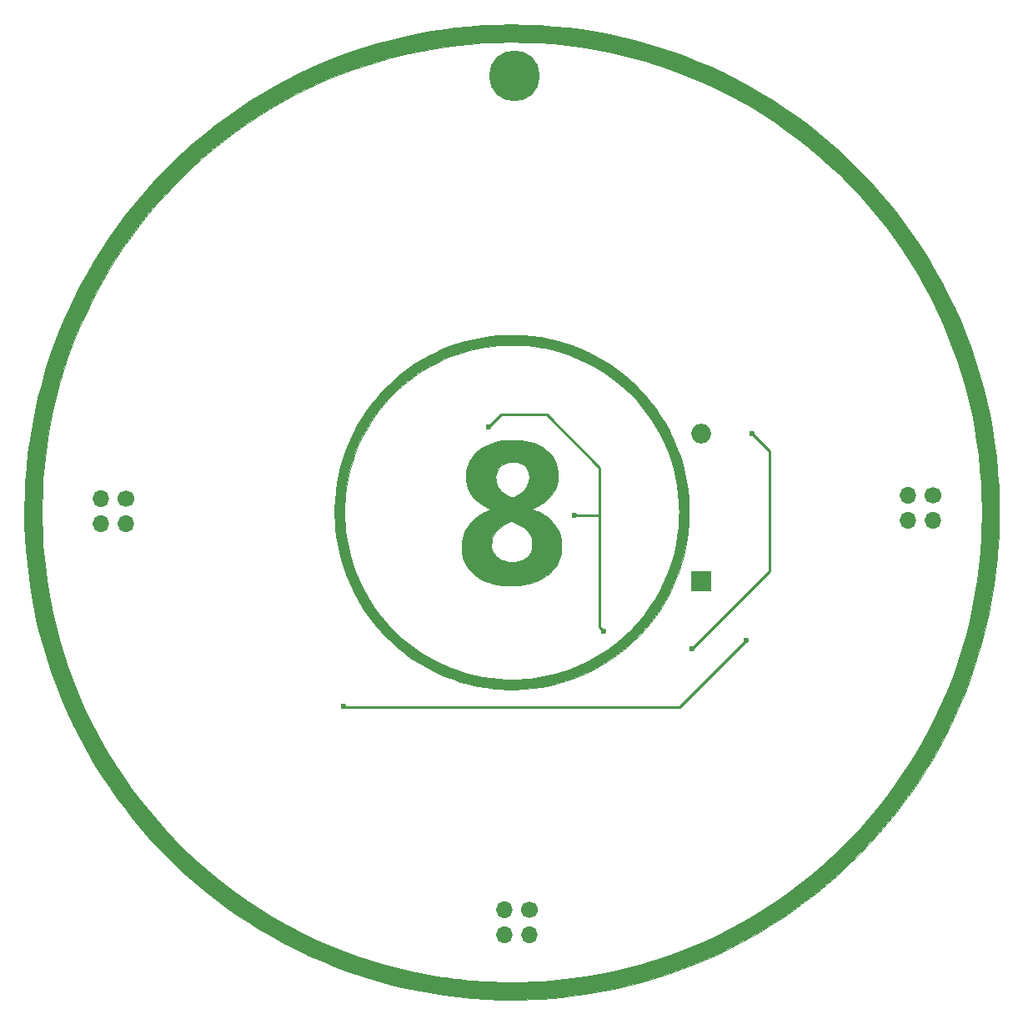
<source format=gtl>
G04 #@! TF.FileFunction,Copper,L1,Top,Signal*
%FSLAX46Y46*%
G04 Gerber Fmt 4.6, Leading zero omitted, Abs format (unit mm)*
G04 Created by KiCad (PCBNEW 4.0.7) date 07/18/18 17:21:38*
%MOMM*%
%LPD*%
G01*
G04 APERTURE LIST*
%ADD10C,0.100000*%
%ADD11C,0.010000*%
%ADD12C,5.147986*%
%ADD13R,2.000000X2.000000*%
%ADD14O,2.000000X2.000000*%
%ADD15C,1.700000*%
%ADD16O,1.700000X1.700000*%
%ADD17C,0.600000*%
%ADD18C,0.250000*%
G04 APERTURE END LIST*
D10*
D11*
G36*
X160763765Y-45731775D02*
X162201133Y-45792217D01*
X163634500Y-45893887D01*
X165062939Y-46036669D01*
X166485524Y-46220452D01*
X167901327Y-46445121D01*
X169309421Y-46710563D01*
X170708881Y-47016664D01*
X172098778Y-47363311D01*
X173478187Y-47750390D01*
X174846180Y-48177787D01*
X176201830Y-48645390D01*
X176935895Y-48917409D01*
X178271821Y-49447286D01*
X179590589Y-50015624D01*
X180891354Y-50621818D01*
X182173267Y-51265264D01*
X183435484Y-51945358D01*
X184677158Y-52661496D01*
X185897444Y-53413073D01*
X187095494Y-54199487D01*
X188270463Y-55020131D01*
X189421505Y-55874404D01*
X190547773Y-56761699D01*
X191648421Y-57681414D01*
X192722604Y-58632944D01*
X193769474Y-59615685D01*
X194788186Y-60629033D01*
X195777894Y-61672383D01*
X196737752Y-62745132D01*
X197408634Y-63533867D01*
X198321144Y-64662538D01*
X199197923Y-65813509D01*
X200038686Y-66986058D01*
X200843144Y-68179462D01*
X201611011Y-69392999D01*
X202341999Y-70625945D01*
X203035822Y-71877578D01*
X203692192Y-73147176D01*
X204310822Y-74434016D01*
X204891424Y-75737375D01*
X205433713Y-77056530D01*
X205937400Y-78390760D01*
X206402199Y-79739342D01*
X206827822Y-81101552D01*
X207213982Y-82476668D01*
X207560392Y-83863968D01*
X207866765Y-85262729D01*
X208132813Y-86672229D01*
X208358251Y-88091744D01*
X208542789Y-89520552D01*
X208686142Y-90957931D01*
X208771995Y-92130034D01*
X208789301Y-92418983D01*
X208804160Y-92684847D01*
X208816744Y-92933947D01*
X208827227Y-93172604D01*
X208835782Y-93407142D01*
X208842583Y-93643882D01*
X208847801Y-93889146D01*
X208851612Y-94149257D01*
X208854187Y-94430536D01*
X208855700Y-94739307D01*
X208856325Y-95081890D01*
X208856365Y-95209784D01*
X208856009Y-95565573D01*
X208854823Y-95885357D01*
X208852636Y-96175457D01*
X208849274Y-96442195D01*
X208844563Y-96691893D01*
X208838331Y-96930874D01*
X208830404Y-97165459D01*
X208820610Y-97401971D01*
X208808774Y-97646732D01*
X208794724Y-97906064D01*
X208778286Y-98186290D01*
X208771995Y-98289534D01*
X208662217Y-99733963D01*
X208510956Y-101170630D01*
X208318474Y-102598815D01*
X208085031Y-104017800D01*
X207810888Y-105426865D01*
X207496306Y-106825291D01*
X207141546Y-108212360D01*
X206746868Y-109587352D01*
X206312534Y-110949549D01*
X205838804Y-112298231D01*
X205325939Y-113632680D01*
X204774200Y-114952177D01*
X204183848Y-116256002D01*
X203555143Y-117543437D01*
X202888347Y-118813763D01*
X202183720Y-120066261D01*
X201441523Y-121300211D01*
X200662017Y-122514896D01*
X199845462Y-123709595D01*
X199250063Y-124536200D01*
X198377181Y-125686769D01*
X197471488Y-126810813D01*
X196533715Y-127907634D01*
X195564593Y-128976536D01*
X194564854Y-130016820D01*
X193535227Y-131027789D01*
X192476445Y-132008745D01*
X191389238Y-132958990D01*
X190274338Y-133877827D01*
X189132476Y-134764559D01*
X187964382Y-135618486D01*
X186791600Y-136425041D01*
X185577755Y-137209212D01*
X184344244Y-137956028D01*
X183091809Y-138665223D01*
X181821190Y-139336529D01*
X180533131Y-139969681D01*
X179228373Y-140564413D01*
X177907658Y-141120459D01*
X176571727Y-141637552D01*
X175221323Y-142115427D01*
X173857186Y-142553817D01*
X172480060Y-142952456D01*
X171090685Y-143311077D01*
X169689804Y-143629415D01*
X168278158Y-143907204D01*
X166856490Y-144144177D01*
X165425540Y-144340069D01*
X164418434Y-144452639D01*
X163433366Y-144541692D01*
X162422133Y-144612087D01*
X161396794Y-144663359D01*
X160369407Y-144695041D01*
X159352033Y-144706668D01*
X158356730Y-144697774D01*
X158174267Y-144693801D01*
X156727737Y-144638302D01*
X155286909Y-144541138D01*
X153852591Y-144402554D01*
X152425586Y-144222795D01*
X151006702Y-144002107D01*
X149596743Y-143740736D01*
X148196516Y-143438926D01*
X146806827Y-143096924D01*
X145428481Y-142714974D01*
X144062283Y-142293323D01*
X142709041Y-141832215D01*
X141369559Y-141331896D01*
X140044644Y-140792612D01*
X138735101Y-140214608D01*
X137441736Y-139598130D01*
X136165355Y-138943422D01*
X134906763Y-138250731D01*
X133666766Y-137520301D01*
X132753100Y-136950190D01*
X131545726Y-136153323D01*
X130362879Y-135322205D01*
X129205333Y-134457568D01*
X128073864Y-133560142D01*
X126969247Y-132630658D01*
X125892258Y-131669847D01*
X124843672Y-130678438D01*
X123824264Y-129657163D01*
X122834809Y-128606752D01*
X121876082Y-127527935D01*
X120948859Y-126421444D01*
X120053915Y-125288008D01*
X119287987Y-124261034D01*
X118455743Y-123078602D01*
X117660170Y-121875358D01*
X116901548Y-120652088D01*
X116180153Y-119409576D01*
X115496266Y-118148608D01*
X114850164Y-116869969D01*
X114242126Y-115574446D01*
X113672431Y-114262823D01*
X113141357Y-112935886D01*
X112649183Y-111594421D01*
X112196187Y-110239212D01*
X111782648Y-108871047D01*
X111408845Y-107490709D01*
X111075055Y-106098985D01*
X110781558Y-104696661D01*
X110528633Y-103284520D01*
X110316557Y-101863350D01*
X110145609Y-100433936D01*
X110016068Y-98997062D01*
X109946475Y-97919117D01*
X109889237Y-96462792D01*
X109873853Y-95010027D01*
X109879609Y-94693459D01*
X111640169Y-94693459D01*
X111646240Y-96121138D01*
X111672146Y-97040700D01*
X111746492Y-98465086D01*
X111862220Y-99881948D01*
X112019099Y-101290583D01*
X112216898Y-102690290D01*
X112455386Y-104080366D01*
X112734334Y-105460108D01*
X113053509Y-106828815D01*
X113412683Y-108185783D01*
X113811623Y-109530311D01*
X114250100Y-110861696D01*
X114727882Y-112179235D01*
X115244739Y-113482227D01*
X115800440Y-114769969D01*
X116394755Y-116041758D01*
X117027454Y-117296893D01*
X117698304Y-118534670D01*
X118407076Y-119754388D01*
X119153539Y-120955344D01*
X119891952Y-122070284D01*
X120706862Y-123226929D01*
X121556091Y-124359782D01*
X122438561Y-125467728D01*
X123353194Y-126549652D01*
X124298909Y-127604441D01*
X125274630Y-128630978D01*
X126279277Y-129628150D01*
X127311771Y-130594841D01*
X128371034Y-131529938D01*
X129455988Y-132432326D01*
X130565554Y-133300889D01*
X131259371Y-133817540D01*
X132421308Y-134640320D01*
X133602770Y-135425618D01*
X134803273Y-136173229D01*
X136022332Y-136882951D01*
X137259465Y-137554579D01*
X138514186Y-138187909D01*
X139786011Y-138782737D01*
X141074457Y-139338859D01*
X142379038Y-139856072D01*
X143699272Y-140334170D01*
X145034674Y-140772950D01*
X146384760Y-141172209D01*
X147749045Y-141531741D01*
X149127046Y-141851344D01*
X150518279Y-142130812D01*
X151326850Y-142273726D01*
X151791640Y-142349962D01*
X152239352Y-142419415D01*
X152677175Y-142482967D01*
X153112298Y-142541495D01*
X153551912Y-142595881D01*
X154003206Y-142647002D01*
X154473369Y-142695738D01*
X154969592Y-142742969D01*
X155499063Y-142789573D01*
X155644850Y-142801846D01*
X155857935Y-142818194D01*
X156106600Y-142834805D01*
X156384097Y-142851361D01*
X156683675Y-142867545D01*
X156998586Y-142883038D01*
X157322080Y-142897522D01*
X157647409Y-142910680D01*
X157967824Y-142922191D01*
X158276574Y-142931740D01*
X158544684Y-142938521D01*
X158675754Y-142940456D01*
X158842823Y-142941391D01*
X159039569Y-142941397D01*
X159259670Y-142940546D01*
X159496805Y-142938911D01*
X159744651Y-142936564D01*
X159996889Y-142933578D01*
X160247195Y-142930024D01*
X160489249Y-142925975D01*
X160716729Y-142921502D01*
X160923313Y-142916679D01*
X161102680Y-142911577D01*
X161201100Y-142908168D01*
X162632360Y-142833146D01*
X164054882Y-142717077D01*
X165468084Y-142560134D01*
X166871381Y-142362489D01*
X168264190Y-142124316D01*
X169645927Y-141845788D01*
X171016007Y-141527079D01*
X172373847Y-141168360D01*
X173718863Y-140769805D01*
X175050472Y-140331588D01*
X176368088Y-139853881D01*
X177671130Y-139336858D01*
X178959011Y-138780691D01*
X180231150Y-138185554D01*
X181486961Y-137551619D01*
X182725861Y-136879060D01*
X183947266Y-136168050D01*
X183955267Y-136163230D01*
X185150641Y-135418374D01*
X186324174Y-134637590D01*
X187474932Y-133821762D01*
X188601981Y-132971774D01*
X189704386Y-132088509D01*
X190781213Y-131172851D01*
X191831528Y-130225683D01*
X192854396Y-129247889D01*
X193848883Y-128240352D01*
X194814055Y-127203956D01*
X195748976Y-126139585D01*
X196652714Y-125048121D01*
X197524333Y-123930448D01*
X198362899Y-122787450D01*
X198870424Y-122059700D01*
X199628095Y-120914972D01*
X200354972Y-119742621D01*
X201049418Y-118545718D01*
X201709793Y-117327335D01*
X202334460Y-116090542D01*
X202921779Y-114838411D01*
X203470112Y-113574012D01*
X203705687Y-112996902D01*
X204210181Y-111679632D01*
X204674635Y-110348784D01*
X205098931Y-109004861D01*
X205482954Y-107648367D01*
X205826584Y-106279804D01*
X206129706Y-104899675D01*
X206392202Y-103508483D01*
X206613954Y-102106732D01*
X206794846Y-100694925D01*
X206934761Y-99273564D01*
X206952004Y-99062117D01*
X207024012Y-97989836D01*
X207072261Y-96892676D01*
X207096656Y-95780863D01*
X207097101Y-94664620D01*
X207073500Y-93554170D01*
X207025759Y-92459738D01*
X207015365Y-92278200D01*
X206910177Y-90858331D01*
X206763384Y-89445192D01*
X206575131Y-88039481D01*
X206345565Y-86641895D01*
X206074833Y-85253132D01*
X205763082Y-83873889D01*
X205410457Y-82504864D01*
X205017106Y-81146755D01*
X204583175Y-79800259D01*
X204120217Y-78496733D01*
X203612125Y-77190251D01*
X203065447Y-75900669D01*
X202480734Y-74628754D01*
X201858537Y-73375269D01*
X201199409Y-72140979D01*
X200503899Y-70926651D01*
X199772561Y-69733050D01*
X199005944Y-68560939D01*
X198204601Y-67411085D01*
X197369082Y-66284253D01*
X196499940Y-65181207D01*
X195597726Y-64102714D01*
X194662990Y-63049537D01*
X193696285Y-62022443D01*
X192698162Y-61022196D01*
X191669172Y-60049561D01*
X190609867Y-59105304D01*
X189520798Y-58190190D01*
X189437434Y-58122347D01*
X188325979Y-57246920D01*
X187190192Y-56405662D01*
X186031044Y-55599091D01*
X184849511Y-54827724D01*
X183646567Y-54092078D01*
X182423185Y-53392672D01*
X181180340Y-52730023D01*
X179919006Y-52104648D01*
X178640158Y-51517064D01*
X177344769Y-50967791D01*
X176033813Y-50457344D01*
X174708265Y-49986241D01*
X173369099Y-49555001D01*
X173234350Y-49514053D01*
X171879798Y-49126723D01*
X170513799Y-48779916D01*
X169137485Y-48473737D01*
X167751983Y-48208285D01*
X166358425Y-47983663D01*
X164957938Y-47799974D01*
X163551654Y-47657318D01*
X162140701Y-47555799D01*
X160726210Y-47495517D01*
X159309309Y-47476576D01*
X157891129Y-47499076D01*
X156472798Y-47563120D01*
X155055447Y-47668809D01*
X153983267Y-47776639D01*
X152582551Y-47954442D01*
X151188976Y-48173608D01*
X149803600Y-48433798D01*
X148427484Y-48734670D01*
X147061687Y-49075884D01*
X145707269Y-49457099D01*
X144365290Y-49877975D01*
X143036809Y-50338171D01*
X141722887Y-50837347D01*
X140424583Y-51375161D01*
X139142957Y-51951273D01*
X137879068Y-52565343D01*
X136633977Y-53217030D01*
X136044517Y-53542430D01*
X134825897Y-54250733D01*
X133627736Y-54995505D01*
X132451260Y-55775750D01*
X131297694Y-56590468D01*
X130168264Y-57438661D01*
X129064196Y-58319332D01*
X127986715Y-59231483D01*
X126937046Y-60174115D01*
X125916416Y-61146230D01*
X124926050Y-62146831D01*
X123967173Y-63174919D01*
X123320661Y-63904284D01*
X122403508Y-64992772D01*
X121520155Y-66105744D01*
X120671204Y-67242265D01*
X119857256Y-68401398D01*
X119078910Y-69582208D01*
X118336769Y-70783759D01*
X117631432Y-72005115D01*
X116963501Y-73245341D01*
X116333577Y-74503501D01*
X115851497Y-75535367D01*
X115289215Y-76829353D01*
X114766568Y-78137840D01*
X114283703Y-79460065D01*
X113840768Y-80795268D01*
X113437912Y-82142686D01*
X113075283Y-83501557D01*
X112753028Y-84871120D01*
X112471296Y-86250614D01*
X112230235Y-87639276D01*
X112029992Y-89036346D01*
X111870716Y-90441060D01*
X111752555Y-91852659D01*
X111675657Y-93270379D01*
X111640169Y-94693459D01*
X109879609Y-94693459D01*
X109900195Y-93561515D01*
X109968134Y-92117945D01*
X110077542Y-90680009D01*
X110228290Y-89248398D01*
X110420251Y-87823803D01*
X110653297Y-86406916D01*
X110927298Y-84998426D01*
X111242127Y-83599026D01*
X111597657Y-82209407D01*
X111993757Y-80830260D01*
X112430301Y-79462275D01*
X112907160Y-78106144D01*
X113424205Y-76762557D01*
X113981310Y-75432207D01*
X114216942Y-74900367D01*
X114826696Y-73597087D01*
X115473664Y-72313562D01*
X116157234Y-71050547D01*
X116876792Y-69808795D01*
X117631722Y-68589061D01*
X118421412Y-67392099D01*
X119245248Y-66218661D01*
X120102615Y-65069502D01*
X120992899Y-63945377D01*
X121915487Y-62847038D01*
X122869765Y-61775240D01*
X123855119Y-60730736D01*
X124870934Y-59714282D01*
X125916597Y-58726629D01*
X126991494Y-57768533D01*
X128095012Y-56840747D01*
X129226535Y-55944025D01*
X130320180Y-55126452D01*
X131498045Y-54296870D01*
X132697678Y-53503328D01*
X133918204Y-52746167D01*
X135158751Y-52025730D01*
X136418442Y-51342357D01*
X137696406Y-50696390D01*
X138991766Y-50088171D01*
X140303649Y-49518042D01*
X141631181Y-48986342D01*
X142973487Y-48493415D01*
X144329694Y-48039602D01*
X145698927Y-47625243D01*
X147080312Y-47250681D01*
X148472975Y-46916258D01*
X149876042Y-46622314D01*
X151288638Y-46369191D01*
X152709889Y-46157230D01*
X153549350Y-46051944D01*
X154992820Y-45904547D01*
X156436923Y-45798946D01*
X157880733Y-45735026D01*
X159323323Y-45712673D01*
X160763765Y-45731775D01*
X160763765Y-45731775D01*
G37*
X160763765Y-45731775D02*
X162201133Y-45792217D01*
X163634500Y-45893887D01*
X165062939Y-46036669D01*
X166485524Y-46220452D01*
X167901327Y-46445121D01*
X169309421Y-46710563D01*
X170708881Y-47016664D01*
X172098778Y-47363311D01*
X173478187Y-47750390D01*
X174846180Y-48177787D01*
X176201830Y-48645390D01*
X176935895Y-48917409D01*
X178271821Y-49447286D01*
X179590589Y-50015624D01*
X180891354Y-50621818D01*
X182173267Y-51265264D01*
X183435484Y-51945358D01*
X184677158Y-52661496D01*
X185897444Y-53413073D01*
X187095494Y-54199487D01*
X188270463Y-55020131D01*
X189421505Y-55874404D01*
X190547773Y-56761699D01*
X191648421Y-57681414D01*
X192722604Y-58632944D01*
X193769474Y-59615685D01*
X194788186Y-60629033D01*
X195777894Y-61672383D01*
X196737752Y-62745132D01*
X197408634Y-63533867D01*
X198321144Y-64662538D01*
X199197923Y-65813509D01*
X200038686Y-66986058D01*
X200843144Y-68179462D01*
X201611011Y-69392999D01*
X202341999Y-70625945D01*
X203035822Y-71877578D01*
X203692192Y-73147176D01*
X204310822Y-74434016D01*
X204891424Y-75737375D01*
X205433713Y-77056530D01*
X205937400Y-78390760D01*
X206402199Y-79739342D01*
X206827822Y-81101552D01*
X207213982Y-82476668D01*
X207560392Y-83863968D01*
X207866765Y-85262729D01*
X208132813Y-86672229D01*
X208358251Y-88091744D01*
X208542789Y-89520552D01*
X208686142Y-90957931D01*
X208771995Y-92130034D01*
X208789301Y-92418983D01*
X208804160Y-92684847D01*
X208816744Y-92933947D01*
X208827227Y-93172604D01*
X208835782Y-93407142D01*
X208842583Y-93643882D01*
X208847801Y-93889146D01*
X208851612Y-94149257D01*
X208854187Y-94430536D01*
X208855700Y-94739307D01*
X208856325Y-95081890D01*
X208856365Y-95209784D01*
X208856009Y-95565573D01*
X208854823Y-95885357D01*
X208852636Y-96175457D01*
X208849274Y-96442195D01*
X208844563Y-96691893D01*
X208838331Y-96930874D01*
X208830404Y-97165459D01*
X208820610Y-97401971D01*
X208808774Y-97646732D01*
X208794724Y-97906064D01*
X208778286Y-98186290D01*
X208771995Y-98289534D01*
X208662217Y-99733963D01*
X208510956Y-101170630D01*
X208318474Y-102598815D01*
X208085031Y-104017800D01*
X207810888Y-105426865D01*
X207496306Y-106825291D01*
X207141546Y-108212360D01*
X206746868Y-109587352D01*
X206312534Y-110949549D01*
X205838804Y-112298231D01*
X205325939Y-113632680D01*
X204774200Y-114952177D01*
X204183848Y-116256002D01*
X203555143Y-117543437D01*
X202888347Y-118813763D01*
X202183720Y-120066261D01*
X201441523Y-121300211D01*
X200662017Y-122514896D01*
X199845462Y-123709595D01*
X199250063Y-124536200D01*
X198377181Y-125686769D01*
X197471488Y-126810813D01*
X196533715Y-127907634D01*
X195564593Y-128976536D01*
X194564854Y-130016820D01*
X193535227Y-131027789D01*
X192476445Y-132008745D01*
X191389238Y-132958990D01*
X190274338Y-133877827D01*
X189132476Y-134764559D01*
X187964382Y-135618486D01*
X186791600Y-136425041D01*
X185577755Y-137209212D01*
X184344244Y-137956028D01*
X183091809Y-138665223D01*
X181821190Y-139336529D01*
X180533131Y-139969681D01*
X179228373Y-140564413D01*
X177907658Y-141120459D01*
X176571727Y-141637552D01*
X175221323Y-142115427D01*
X173857186Y-142553817D01*
X172480060Y-142952456D01*
X171090685Y-143311077D01*
X169689804Y-143629415D01*
X168278158Y-143907204D01*
X166856490Y-144144177D01*
X165425540Y-144340069D01*
X164418434Y-144452639D01*
X163433366Y-144541692D01*
X162422133Y-144612087D01*
X161396794Y-144663359D01*
X160369407Y-144695041D01*
X159352033Y-144706668D01*
X158356730Y-144697774D01*
X158174267Y-144693801D01*
X156727737Y-144638302D01*
X155286909Y-144541138D01*
X153852591Y-144402554D01*
X152425586Y-144222795D01*
X151006702Y-144002107D01*
X149596743Y-143740736D01*
X148196516Y-143438926D01*
X146806827Y-143096924D01*
X145428481Y-142714974D01*
X144062283Y-142293323D01*
X142709041Y-141832215D01*
X141369559Y-141331896D01*
X140044644Y-140792612D01*
X138735101Y-140214608D01*
X137441736Y-139598130D01*
X136165355Y-138943422D01*
X134906763Y-138250731D01*
X133666766Y-137520301D01*
X132753100Y-136950190D01*
X131545726Y-136153323D01*
X130362879Y-135322205D01*
X129205333Y-134457568D01*
X128073864Y-133560142D01*
X126969247Y-132630658D01*
X125892258Y-131669847D01*
X124843672Y-130678438D01*
X123824264Y-129657163D01*
X122834809Y-128606752D01*
X121876082Y-127527935D01*
X120948859Y-126421444D01*
X120053915Y-125288008D01*
X119287987Y-124261034D01*
X118455743Y-123078602D01*
X117660170Y-121875358D01*
X116901548Y-120652088D01*
X116180153Y-119409576D01*
X115496266Y-118148608D01*
X114850164Y-116869969D01*
X114242126Y-115574446D01*
X113672431Y-114262823D01*
X113141357Y-112935886D01*
X112649183Y-111594421D01*
X112196187Y-110239212D01*
X111782648Y-108871047D01*
X111408845Y-107490709D01*
X111075055Y-106098985D01*
X110781558Y-104696661D01*
X110528633Y-103284520D01*
X110316557Y-101863350D01*
X110145609Y-100433936D01*
X110016068Y-98997062D01*
X109946475Y-97919117D01*
X109889237Y-96462792D01*
X109873853Y-95010027D01*
X109879609Y-94693459D01*
X111640169Y-94693459D01*
X111646240Y-96121138D01*
X111672146Y-97040700D01*
X111746492Y-98465086D01*
X111862220Y-99881948D01*
X112019099Y-101290583D01*
X112216898Y-102690290D01*
X112455386Y-104080366D01*
X112734334Y-105460108D01*
X113053509Y-106828815D01*
X113412683Y-108185783D01*
X113811623Y-109530311D01*
X114250100Y-110861696D01*
X114727882Y-112179235D01*
X115244739Y-113482227D01*
X115800440Y-114769969D01*
X116394755Y-116041758D01*
X117027454Y-117296893D01*
X117698304Y-118534670D01*
X118407076Y-119754388D01*
X119153539Y-120955344D01*
X119891952Y-122070284D01*
X120706862Y-123226929D01*
X121556091Y-124359782D01*
X122438561Y-125467728D01*
X123353194Y-126549652D01*
X124298909Y-127604441D01*
X125274630Y-128630978D01*
X126279277Y-129628150D01*
X127311771Y-130594841D01*
X128371034Y-131529938D01*
X129455988Y-132432326D01*
X130565554Y-133300889D01*
X131259371Y-133817540D01*
X132421308Y-134640320D01*
X133602770Y-135425618D01*
X134803273Y-136173229D01*
X136022332Y-136882951D01*
X137259465Y-137554579D01*
X138514186Y-138187909D01*
X139786011Y-138782737D01*
X141074457Y-139338859D01*
X142379038Y-139856072D01*
X143699272Y-140334170D01*
X145034674Y-140772950D01*
X146384760Y-141172209D01*
X147749045Y-141531741D01*
X149127046Y-141851344D01*
X150518279Y-142130812D01*
X151326850Y-142273726D01*
X151791640Y-142349962D01*
X152239352Y-142419415D01*
X152677175Y-142482967D01*
X153112298Y-142541495D01*
X153551912Y-142595881D01*
X154003206Y-142647002D01*
X154473369Y-142695738D01*
X154969592Y-142742969D01*
X155499063Y-142789573D01*
X155644850Y-142801846D01*
X155857935Y-142818194D01*
X156106600Y-142834805D01*
X156384097Y-142851361D01*
X156683675Y-142867545D01*
X156998586Y-142883038D01*
X157322080Y-142897522D01*
X157647409Y-142910680D01*
X157967824Y-142922191D01*
X158276574Y-142931740D01*
X158544684Y-142938521D01*
X158675754Y-142940456D01*
X158842823Y-142941391D01*
X159039569Y-142941397D01*
X159259670Y-142940546D01*
X159496805Y-142938911D01*
X159744651Y-142936564D01*
X159996889Y-142933578D01*
X160247195Y-142930024D01*
X160489249Y-142925975D01*
X160716729Y-142921502D01*
X160923313Y-142916679D01*
X161102680Y-142911577D01*
X161201100Y-142908168D01*
X162632360Y-142833146D01*
X164054882Y-142717077D01*
X165468084Y-142560134D01*
X166871381Y-142362489D01*
X168264190Y-142124316D01*
X169645927Y-141845788D01*
X171016007Y-141527079D01*
X172373847Y-141168360D01*
X173718863Y-140769805D01*
X175050472Y-140331588D01*
X176368088Y-139853881D01*
X177671130Y-139336858D01*
X178959011Y-138780691D01*
X180231150Y-138185554D01*
X181486961Y-137551619D01*
X182725861Y-136879060D01*
X183947266Y-136168050D01*
X183955267Y-136163230D01*
X185150641Y-135418374D01*
X186324174Y-134637590D01*
X187474932Y-133821762D01*
X188601981Y-132971774D01*
X189704386Y-132088509D01*
X190781213Y-131172851D01*
X191831528Y-130225683D01*
X192854396Y-129247889D01*
X193848883Y-128240352D01*
X194814055Y-127203956D01*
X195748976Y-126139585D01*
X196652714Y-125048121D01*
X197524333Y-123930448D01*
X198362899Y-122787450D01*
X198870424Y-122059700D01*
X199628095Y-120914972D01*
X200354972Y-119742621D01*
X201049418Y-118545718D01*
X201709793Y-117327335D01*
X202334460Y-116090542D01*
X202921779Y-114838411D01*
X203470112Y-113574012D01*
X203705687Y-112996902D01*
X204210181Y-111679632D01*
X204674635Y-110348784D01*
X205098931Y-109004861D01*
X205482954Y-107648367D01*
X205826584Y-106279804D01*
X206129706Y-104899675D01*
X206392202Y-103508483D01*
X206613954Y-102106732D01*
X206794846Y-100694925D01*
X206934761Y-99273564D01*
X206952004Y-99062117D01*
X207024012Y-97989836D01*
X207072261Y-96892676D01*
X207096656Y-95780863D01*
X207097101Y-94664620D01*
X207073500Y-93554170D01*
X207025759Y-92459738D01*
X207015365Y-92278200D01*
X206910177Y-90858331D01*
X206763384Y-89445192D01*
X206575131Y-88039481D01*
X206345565Y-86641895D01*
X206074833Y-85253132D01*
X205763082Y-83873889D01*
X205410457Y-82504864D01*
X205017106Y-81146755D01*
X204583175Y-79800259D01*
X204120217Y-78496733D01*
X203612125Y-77190251D01*
X203065447Y-75900669D01*
X202480734Y-74628754D01*
X201858537Y-73375269D01*
X201199409Y-72140979D01*
X200503899Y-70926651D01*
X199772561Y-69733050D01*
X199005944Y-68560939D01*
X198204601Y-67411085D01*
X197369082Y-66284253D01*
X196499940Y-65181207D01*
X195597726Y-64102714D01*
X194662990Y-63049537D01*
X193696285Y-62022443D01*
X192698162Y-61022196D01*
X191669172Y-60049561D01*
X190609867Y-59105304D01*
X189520798Y-58190190D01*
X189437434Y-58122347D01*
X188325979Y-57246920D01*
X187190192Y-56405662D01*
X186031044Y-55599091D01*
X184849511Y-54827724D01*
X183646567Y-54092078D01*
X182423185Y-53392672D01*
X181180340Y-52730023D01*
X179919006Y-52104648D01*
X178640158Y-51517064D01*
X177344769Y-50967791D01*
X176033813Y-50457344D01*
X174708265Y-49986241D01*
X173369099Y-49555001D01*
X173234350Y-49514053D01*
X171879798Y-49126723D01*
X170513799Y-48779916D01*
X169137485Y-48473737D01*
X167751983Y-48208285D01*
X166358425Y-47983663D01*
X164957938Y-47799974D01*
X163551654Y-47657318D01*
X162140701Y-47555799D01*
X160726210Y-47495517D01*
X159309309Y-47476576D01*
X157891129Y-47499076D01*
X156472798Y-47563120D01*
X155055447Y-47668809D01*
X153983267Y-47776639D01*
X152582551Y-47954442D01*
X151188976Y-48173608D01*
X149803600Y-48433798D01*
X148427484Y-48734670D01*
X147061687Y-49075884D01*
X145707269Y-49457099D01*
X144365290Y-49877975D01*
X143036809Y-50338171D01*
X141722887Y-50837347D01*
X140424583Y-51375161D01*
X139142957Y-51951273D01*
X137879068Y-52565343D01*
X136633977Y-53217030D01*
X136044517Y-53542430D01*
X134825897Y-54250733D01*
X133627736Y-54995505D01*
X132451260Y-55775750D01*
X131297694Y-56590468D01*
X130168264Y-57438661D01*
X129064196Y-58319332D01*
X127986715Y-59231483D01*
X126937046Y-60174115D01*
X125916416Y-61146230D01*
X124926050Y-62146831D01*
X123967173Y-63174919D01*
X123320661Y-63904284D01*
X122403508Y-64992772D01*
X121520155Y-66105744D01*
X120671204Y-67242265D01*
X119857256Y-68401398D01*
X119078910Y-69582208D01*
X118336769Y-70783759D01*
X117631432Y-72005115D01*
X116963501Y-73245341D01*
X116333577Y-74503501D01*
X115851497Y-75535367D01*
X115289215Y-76829353D01*
X114766568Y-78137840D01*
X114283703Y-79460065D01*
X113840768Y-80795268D01*
X113437912Y-82142686D01*
X113075283Y-83501557D01*
X112753028Y-84871120D01*
X112471296Y-86250614D01*
X112230235Y-87639276D01*
X112029992Y-89036346D01*
X111870716Y-90441060D01*
X111752555Y-91852659D01*
X111675657Y-93270379D01*
X111640169Y-94693459D01*
X109879609Y-94693459D01*
X109900195Y-93561515D01*
X109968134Y-92117945D01*
X110077542Y-90680009D01*
X110228290Y-89248398D01*
X110420251Y-87823803D01*
X110653297Y-86406916D01*
X110927298Y-84998426D01*
X111242127Y-83599026D01*
X111597657Y-82209407D01*
X111993757Y-80830260D01*
X112430301Y-79462275D01*
X112907160Y-78106144D01*
X113424205Y-76762557D01*
X113981310Y-75432207D01*
X114216942Y-74900367D01*
X114826696Y-73597087D01*
X115473664Y-72313562D01*
X116157234Y-71050547D01*
X116876792Y-69808795D01*
X117631722Y-68589061D01*
X118421412Y-67392099D01*
X119245248Y-66218661D01*
X120102615Y-65069502D01*
X120992899Y-63945377D01*
X121915487Y-62847038D01*
X122869765Y-61775240D01*
X123855119Y-60730736D01*
X124870934Y-59714282D01*
X125916597Y-58726629D01*
X126991494Y-57768533D01*
X128095012Y-56840747D01*
X129226535Y-55944025D01*
X130320180Y-55126452D01*
X131498045Y-54296870D01*
X132697678Y-53503328D01*
X133918204Y-52746167D01*
X135158751Y-52025730D01*
X136418442Y-51342357D01*
X137696406Y-50696390D01*
X138991766Y-50088171D01*
X140303649Y-49518042D01*
X141631181Y-48986342D01*
X142973487Y-48493415D01*
X144329694Y-48039602D01*
X145698927Y-47625243D01*
X147080312Y-47250681D01*
X148472975Y-46916258D01*
X149876042Y-46622314D01*
X151288638Y-46369191D01*
X152709889Y-46157230D01*
X153549350Y-46051944D01*
X154992820Y-45904547D01*
X156436923Y-45798946D01*
X157880733Y-45735026D01*
X159323323Y-45712673D01*
X160763765Y-45731775D01*
G36*
X160574504Y-77248830D02*
X161433201Y-77327018D01*
X162289241Y-77446856D01*
X162957934Y-77570142D01*
X163812270Y-77765909D01*
X164651907Y-78001280D01*
X165476148Y-78275909D01*
X166284297Y-78589450D01*
X167075660Y-78941557D01*
X167849539Y-79331884D01*
X168605240Y-79760085D01*
X169342066Y-80225814D01*
X170059323Y-80728726D01*
X170756314Y-81268473D01*
X171276434Y-81706938D01*
X171399561Y-81817629D01*
X171545504Y-81953918D01*
X171708578Y-82110102D01*
X171883095Y-82280478D01*
X172063369Y-82459343D01*
X172243715Y-82640994D01*
X172418447Y-82819729D01*
X172581877Y-82989844D01*
X172728320Y-83145637D01*
X172852090Y-83281405D01*
X172896903Y-83332183D01*
X173463391Y-84013509D01*
X173992150Y-84713952D01*
X174483347Y-85433759D01*
X174937148Y-86173178D01*
X175353719Y-86932456D01*
X175463253Y-87147731D01*
X175834690Y-87937066D01*
X176166480Y-88740317D01*
X176458403Y-89556085D01*
X176710238Y-90382969D01*
X176921766Y-91219569D01*
X177092767Y-92064483D01*
X177223021Y-92916310D01*
X177312308Y-93773651D01*
X177360408Y-94635104D01*
X177367101Y-95499269D01*
X177332168Y-96364745D01*
X177255387Y-97230131D01*
X177159274Y-97950238D01*
X177006381Y-98805890D01*
X176813612Y-99648668D01*
X176581772Y-100477419D01*
X176311665Y-101290990D01*
X176004093Y-102088226D01*
X175659860Y-102867974D01*
X175279770Y-103629082D01*
X174864627Y-104370395D01*
X174415233Y-105090760D01*
X173932394Y-105789024D01*
X173416911Y-106464033D01*
X172869590Y-107114634D01*
X172291232Y-107739672D01*
X171682643Y-108337996D01*
X171044625Y-108908450D01*
X170377983Y-109449883D01*
X169683519Y-109961140D01*
X168962037Y-110441067D01*
X168214342Y-110888512D01*
X168101434Y-110951944D01*
X167336619Y-111353969D01*
X166555193Y-111717063D01*
X165757147Y-112041229D01*
X164942476Y-112326467D01*
X164111172Y-112572781D01*
X163263230Y-112780172D01*
X162398643Y-112948641D01*
X161517404Y-113078192D01*
X160619507Y-113168825D01*
X160608434Y-113169692D01*
X160489931Y-113177004D01*
X160336301Y-113183520D01*
X160154744Y-113189169D01*
X159952461Y-113193879D01*
X159736650Y-113197577D01*
X159514513Y-113200192D01*
X159293249Y-113201652D01*
X159080058Y-113201885D01*
X158882140Y-113200819D01*
X158706696Y-113198382D01*
X158560926Y-113194503D01*
X158481184Y-113190935D01*
X157589518Y-113120513D01*
X156711964Y-113010200D01*
X155848286Y-112859936D01*
X154998251Y-112669658D01*
X154161623Y-112439304D01*
X153338169Y-112168813D01*
X152527655Y-111858124D01*
X151729845Y-111507174D01*
X151308131Y-111302853D01*
X150541644Y-110895874D01*
X149798048Y-110453701D01*
X149078412Y-109977415D01*
X148383807Y-109468096D01*
X147715302Y-108926826D01*
X147073968Y-108354686D01*
X146460874Y-107752758D01*
X145877089Y-107122123D01*
X145323685Y-106463861D01*
X144801730Y-105779055D01*
X144312294Y-105068786D01*
X143856448Y-104334134D01*
X143435261Y-103576181D01*
X143196837Y-103104950D01*
X142849249Y-102351438D01*
X142539915Y-101593940D01*
X142267978Y-100829248D01*
X142032579Y-100054150D01*
X141832860Y-99265437D01*
X141667964Y-98459900D01*
X141537034Y-97634328D01*
X141439210Y-96785512D01*
X141406579Y-96405700D01*
X141398807Y-96276178D01*
X141392422Y-96111244D01*
X141387425Y-95917796D01*
X141383814Y-95702732D01*
X141381588Y-95472950D01*
X141380748Y-95235348D01*
X141381053Y-95101429D01*
X142385428Y-95101429D01*
X142385461Y-95329129D01*
X142386849Y-95552778D01*
X142389593Y-95764650D01*
X142393693Y-95957018D01*
X142399149Y-96122153D01*
X142405600Y-96246950D01*
X142483310Y-97109267D01*
X142601334Y-97958855D01*
X142759430Y-98795136D01*
X142957360Y-99617533D01*
X143194885Y-100425466D01*
X143471763Y-101218357D01*
X143787757Y-101995628D01*
X144142627Y-102756701D01*
X144536132Y-103500996D01*
X144968034Y-104227937D01*
X145438092Y-104936943D01*
X145946068Y-105627438D01*
X146491721Y-106298842D01*
X146639944Y-106470450D01*
X146762527Y-106606722D01*
X146910394Y-106764737D01*
X147077167Y-106938137D01*
X147256466Y-107120566D01*
X147441913Y-107305668D01*
X147627128Y-107487086D01*
X147805733Y-107658464D01*
X147971348Y-107813445D01*
X148117594Y-107945672D01*
X148141267Y-107966477D01*
X148801901Y-108516869D01*
X149481709Y-109029546D01*
X150181091Y-109504738D01*
X150900451Y-109942672D01*
X151640190Y-110343578D01*
X152400709Y-110707686D01*
X153182412Y-111035224D01*
X153985699Y-111326420D01*
X154110267Y-111367696D01*
X154875984Y-111597901D01*
X155655294Y-111792256D01*
X156442092Y-111949551D01*
X157230271Y-112068579D01*
X158013724Y-112148131D01*
X158079017Y-112152970D01*
X158197049Y-112161556D01*
X158305838Y-112169637D01*
X158395647Y-112176477D01*
X158456737Y-112181342D01*
X158470600Y-112182539D01*
X158533742Y-112186045D01*
X158633117Y-112188781D01*
X158762629Y-112190774D01*
X158916187Y-112192050D01*
X159087695Y-112192636D01*
X159271061Y-112192558D01*
X159460191Y-112191843D01*
X159648990Y-112190518D01*
X159831366Y-112188609D01*
X160001224Y-112186142D01*
X160152472Y-112183144D01*
X160279014Y-112179642D01*
X160374758Y-112175662D01*
X160400375Y-112174127D01*
X161267538Y-112095228D01*
X162120353Y-111976655D01*
X162958491Y-111818530D01*
X163781623Y-111620973D01*
X164589420Y-111384106D01*
X165381554Y-111108050D01*
X166157695Y-110792925D01*
X166917515Y-110438853D01*
X167660685Y-110045954D01*
X168386877Y-109614349D01*
X169095761Y-109144160D01*
X169572056Y-108799225D01*
X169872354Y-108570025D01*
X170149961Y-108349065D01*
X170413464Y-108128864D01*
X170671452Y-107901942D01*
X170932513Y-107660819D01*
X171205233Y-107398016D01*
X171382626Y-107222226D01*
X171662852Y-106937686D01*
X171916735Y-106670129D01*
X172151709Y-106411017D01*
X172375207Y-106151815D01*
X172594665Y-105883986D01*
X172817516Y-105598994D01*
X172959015Y-105412117D01*
X173455570Y-104714684D01*
X173913783Y-103999405D01*
X174333491Y-103266723D01*
X174714532Y-102517082D01*
X175056740Y-101750926D01*
X175359954Y-100968698D01*
X175624010Y-100170842D01*
X175848745Y-99357802D01*
X176033995Y-98530021D01*
X176179597Y-97687943D01*
X176285388Y-96832012D01*
X176334658Y-96239975D01*
X176341800Y-96102727D01*
X176347468Y-95931089D01*
X176351662Y-95732977D01*
X176354380Y-95516309D01*
X176355625Y-95289000D01*
X176355395Y-95058968D01*
X176353690Y-94834129D01*
X176350511Y-94622402D01*
X176345858Y-94431702D01*
X176339730Y-94269946D01*
X176334658Y-94179592D01*
X176256158Y-93313665D01*
X176137875Y-92461903D01*
X175979885Y-91624534D01*
X175782265Y-90801788D01*
X175545092Y-89993893D01*
X175268444Y-89201077D01*
X174952396Y-88423569D01*
X174597025Y-87661597D01*
X174202410Y-86915390D01*
X173768626Y-86185177D01*
X173513481Y-85790617D01*
X173030009Y-85102466D01*
X172511756Y-84437676D01*
X171960402Y-83798105D01*
X171377630Y-83185609D01*
X170765122Y-82602045D01*
X170124562Y-82049271D01*
X170122850Y-82047866D01*
X169468759Y-81538438D01*
X168788928Y-81061871D01*
X168085351Y-80619044D01*
X167360020Y-80210834D01*
X166614930Y-79838119D01*
X165852073Y-79501777D01*
X165073444Y-79202686D01*
X164281035Y-78941724D01*
X163476841Y-78719768D01*
X162662854Y-78537696D01*
X161841068Y-78396386D01*
X161825517Y-78394120D01*
X161579434Y-78359148D01*
X161357697Y-78329619D01*
X161153497Y-78305086D01*
X160960026Y-78285101D01*
X160770476Y-78269219D01*
X160578038Y-78256993D01*
X160375905Y-78247975D01*
X160157268Y-78241719D01*
X159915319Y-78237779D01*
X159643250Y-78235707D01*
X159401934Y-78235098D01*
X159148256Y-78235037D01*
X158930658Y-78235555D01*
X158742886Y-78236930D01*
X158578686Y-78239442D01*
X158431806Y-78243370D01*
X158295991Y-78248994D01*
X158164990Y-78256592D01*
X158032548Y-78266445D01*
X157892413Y-78278831D01*
X157738331Y-78294029D01*
X157564049Y-78312320D01*
X157486350Y-78320665D01*
X156674007Y-78429378D01*
X155865019Y-78579562D01*
X155061718Y-78770362D01*
X154266431Y-79000929D01*
X153481490Y-79270410D01*
X152709224Y-79577954D01*
X151951963Y-79922710D01*
X151212036Y-80303824D01*
X150491774Y-80720447D01*
X149919499Y-81086617D01*
X149355373Y-81479748D01*
X148819228Y-81886679D01*
X148302300Y-82314630D01*
X147795827Y-82770822D01*
X147346680Y-83206513D01*
X147048003Y-83511115D01*
X146775752Y-83800718D01*
X146521764Y-84084733D01*
X146277880Y-84372574D01*
X146035938Y-84673654D01*
X145787778Y-84997384D01*
X145748539Y-85049784D01*
X145258072Y-85741645D01*
X144804754Y-86453494D01*
X144388921Y-87184416D01*
X144010905Y-87933499D01*
X143671042Y-88699833D01*
X143369665Y-89482504D01*
X143107109Y-90280601D01*
X142883709Y-91093211D01*
X142699797Y-91919423D01*
X142555709Y-92758324D01*
X142451779Y-93609002D01*
X142405600Y-94172617D01*
X142398854Y-94304664D01*
X142393464Y-94471296D01*
X142389429Y-94664785D01*
X142386751Y-94877405D01*
X142385428Y-95101429D01*
X141381053Y-95101429D01*
X141381292Y-94996826D01*
X141383219Y-94764280D01*
X141386529Y-94544609D01*
X141391222Y-94344712D01*
X141397297Y-94171486D01*
X141404752Y-94031830D01*
X141406807Y-94003284D01*
X141492169Y-93129735D01*
X141612499Y-92278547D01*
X141768464Y-91447266D01*
X141960732Y-90633443D01*
X142189968Y-89834625D01*
X142456842Y-89048363D01*
X142762019Y-88272204D01*
X143106167Y-87503697D01*
X143264278Y-87179032D01*
X143671887Y-86408585D01*
X144114244Y-85661624D01*
X144590337Y-84939160D01*
X145099154Y-84242200D01*
X145639685Y-83571754D01*
X146210919Y-82928831D01*
X146811843Y-82314439D01*
X147441448Y-81729588D01*
X148098721Y-81175287D01*
X148782651Y-80652543D01*
X149492228Y-80162368D01*
X150226439Y-79705768D01*
X150984274Y-79283754D01*
X151379767Y-79082057D01*
X152169317Y-78714931D01*
X152972606Y-78387315D01*
X153788142Y-78099403D01*
X154614436Y-77851391D01*
X155449998Y-77643472D01*
X156293335Y-77475842D01*
X157142959Y-77348695D01*
X157997378Y-77262225D01*
X158855102Y-77216628D01*
X159714641Y-77212098D01*
X160574504Y-77248830D01*
X160574504Y-77248830D01*
G37*
X160574504Y-77248830D02*
X161433201Y-77327018D01*
X162289241Y-77446856D01*
X162957934Y-77570142D01*
X163812270Y-77765909D01*
X164651907Y-78001280D01*
X165476148Y-78275909D01*
X166284297Y-78589450D01*
X167075660Y-78941557D01*
X167849539Y-79331884D01*
X168605240Y-79760085D01*
X169342066Y-80225814D01*
X170059323Y-80728726D01*
X170756314Y-81268473D01*
X171276434Y-81706938D01*
X171399561Y-81817629D01*
X171545504Y-81953918D01*
X171708578Y-82110102D01*
X171883095Y-82280478D01*
X172063369Y-82459343D01*
X172243715Y-82640994D01*
X172418447Y-82819729D01*
X172581877Y-82989844D01*
X172728320Y-83145637D01*
X172852090Y-83281405D01*
X172896903Y-83332183D01*
X173463391Y-84013509D01*
X173992150Y-84713952D01*
X174483347Y-85433759D01*
X174937148Y-86173178D01*
X175353719Y-86932456D01*
X175463253Y-87147731D01*
X175834690Y-87937066D01*
X176166480Y-88740317D01*
X176458403Y-89556085D01*
X176710238Y-90382969D01*
X176921766Y-91219569D01*
X177092767Y-92064483D01*
X177223021Y-92916310D01*
X177312308Y-93773651D01*
X177360408Y-94635104D01*
X177367101Y-95499269D01*
X177332168Y-96364745D01*
X177255387Y-97230131D01*
X177159274Y-97950238D01*
X177006381Y-98805890D01*
X176813612Y-99648668D01*
X176581772Y-100477419D01*
X176311665Y-101290990D01*
X176004093Y-102088226D01*
X175659860Y-102867974D01*
X175279770Y-103629082D01*
X174864627Y-104370395D01*
X174415233Y-105090760D01*
X173932394Y-105789024D01*
X173416911Y-106464033D01*
X172869590Y-107114634D01*
X172291232Y-107739672D01*
X171682643Y-108337996D01*
X171044625Y-108908450D01*
X170377983Y-109449883D01*
X169683519Y-109961140D01*
X168962037Y-110441067D01*
X168214342Y-110888512D01*
X168101434Y-110951944D01*
X167336619Y-111353969D01*
X166555193Y-111717063D01*
X165757147Y-112041229D01*
X164942476Y-112326467D01*
X164111172Y-112572781D01*
X163263230Y-112780172D01*
X162398643Y-112948641D01*
X161517404Y-113078192D01*
X160619507Y-113168825D01*
X160608434Y-113169692D01*
X160489931Y-113177004D01*
X160336301Y-113183520D01*
X160154744Y-113189169D01*
X159952461Y-113193879D01*
X159736650Y-113197577D01*
X159514513Y-113200192D01*
X159293249Y-113201652D01*
X159080058Y-113201885D01*
X158882140Y-113200819D01*
X158706696Y-113198382D01*
X158560926Y-113194503D01*
X158481184Y-113190935D01*
X157589518Y-113120513D01*
X156711964Y-113010200D01*
X155848286Y-112859936D01*
X154998251Y-112669658D01*
X154161623Y-112439304D01*
X153338169Y-112168813D01*
X152527655Y-111858124D01*
X151729845Y-111507174D01*
X151308131Y-111302853D01*
X150541644Y-110895874D01*
X149798048Y-110453701D01*
X149078412Y-109977415D01*
X148383807Y-109468096D01*
X147715302Y-108926826D01*
X147073968Y-108354686D01*
X146460874Y-107752758D01*
X145877089Y-107122123D01*
X145323685Y-106463861D01*
X144801730Y-105779055D01*
X144312294Y-105068786D01*
X143856448Y-104334134D01*
X143435261Y-103576181D01*
X143196837Y-103104950D01*
X142849249Y-102351438D01*
X142539915Y-101593940D01*
X142267978Y-100829248D01*
X142032579Y-100054150D01*
X141832860Y-99265437D01*
X141667964Y-98459900D01*
X141537034Y-97634328D01*
X141439210Y-96785512D01*
X141406579Y-96405700D01*
X141398807Y-96276178D01*
X141392422Y-96111244D01*
X141387425Y-95917796D01*
X141383814Y-95702732D01*
X141381588Y-95472950D01*
X141380748Y-95235348D01*
X141381053Y-95101429D01*
X142385428Y-95101429D01*
X142385461Y-95329129D01*
X142386849Y-95552778D01*
X142389593Y-95764650D01*
X142393693Y-95957018D01*
X142399149Y-96122153D01*
X142405600Y-96246950D01*
X142483310Y-97109267D01*
X142601334Y-97958855D01*
X142759430Y-98795136D01*
X142957360Y-99617533D01*
X143194885Y-100425466D01*
X143471763Y-101218357D01*
X143787757Y-101995628D01*
X144142627Y-102756701D01*
X144536132Y-103500996D01*
X144968034Y-104227937D01*
X145438092Y-104936943D01*
X145946068Y-105627438D01*
X146491721Y-106298842D01*
X146639944Y-106470450D01*
X146762527Y-106606722D01*
X146910394Y-106764737D01*
X147077167Y-106938137D01*
X147256466Y-107120566D01*
X147441913Y-107305668D01*
X147627128Y-107487086D01*
X147805733Y-107658464D01*
X147971348Y-107813445D01*
X148117594Y-107945672D01*
X148141267Y-107966477D01*
X148801901Y-108516869D01*
X149481709Y-109029546D01*
X150181091Y-109504738D01*
X150900451Y-109942672D01*
X151640190Y-110343578D01*
X152400709Y-110707686D01*
X153182412Y-111035224D01*
X153985699Y-111326420D01*
X154110267Y-111367696D01*
X154875984Y-111597901D01*
X155655294Y-111792256D01*
X156442092Y-111949551D01*
X157230271Y-112068579D01*
X158013724Y-112148131D01*
X158079017Y-112152970D01*
X158197049Y-112161556D01*
X158305838Y-112169637D01*
X158395647Y-112176477D01*
X158456737Y-112181342D01*
X158470600Y-112182539D01*
X158533742Y-112186045D01*
X158633117Y-112188781D01*
X158762629Y-112190774D01*
X158916187Y-112192050D01*
X159087695Y-112192636D01*
X159271061Y-112192558D01*
X159460191Y-112191843D01*
X159648990Y-112190518D01*
X159831366Y-112188609D01*
X160001224Y-112186142D01*
X160152472Y-112183144D01*
X160279014Y-112179642D01*
X160374758Y-112175662D01*
X160400375Y-112174127D01*
X161267538Y-112095228D01*
X162120353Y-111976655D01*
X162958491Y-111818530D01*
X163781623Y-111620973D01*
X164589420Y-111384106D01*
X165381554Y-111108050D01*
X166157695Y-110792925D01*
X166917515Y-110438853D01*
X167660685Y-110045954D01*
X168386877Y-109614349D01*
X169095761Y-109144160D01*
X169572056Y-108799225D01*
X169872354Y-108570025D01*
X170149961Y-108349065D01*
X170413464Y-108128864D01*
X170671452Y-107901942D01*
X170932513Y-107660819D01*
X171205233Y-107398016D01*
X171382626Y-107222226D01*
X171662852Y-106937686D01*
X171916735Y-106670129D01*
X172151709Y-106411017D01*
X172375207Y-106151815D01*
X172594665Y-105883986D01*
X172817516Y-105598994D01*
X172959015Y-105412117D01*
X173455570Y-104714684D01*
X173913783Y-103999405D01*
X174333491Y-103266723D01*
X174714532Y-102517082D01*
X175056740Y-101750926D01*
X175359954Y-100968698D01*
X175624010Y-100170842D01*
X175848745Y-99357802D01*
X176033995Y-98530021D01*
X176179597Y-97687943D01*
X176285388Y-96832012D01*
X176334658Y-96239975D01*
X176341800Y-96102727D01*
X176347468Y-95931089D01*
X176351662Y-95732977D01*
X176354380Y-95516309D01*
X176355625Y-95289000D01*
X176355395Y-95058968D01*
X176353690Y-94834129D01*
X176350511Y-94622402D01*
X176345858Y-94431702D01*
X176339730Y-94269946D01*
X176334658Y-94179592D01*
X176256158Y-93313665D01*
X176137875Y-92461903D01*
X175979885Y-91624534D01*
X175782265Y-90801788D01*
X175545092Y-89993893D01*
X175268444Y-89201077D01*
X174952396Y-88423569D01*
X174597025Y-87661597D01*
X174202410Y-86915390D01*
X173768626Y-86185177D01*
X173513481Y-85790617D01*
X173030009Y-85102466D01*
X172511756Y-84437676D01*
X171960402Y-83798105D01*
X171377630Y-83185609D01*
X170765122Y-82602045D01*
X170124562Y-82049271D01*
X170122850Y-82047866D01*
X169468759Y-81538438D01*
X168788928Y-81061871D01*
X168085351Y-80619044D01*
X167360020Y-80210834D01*
X166614930Y-79838119D01*
X165852073Y-79501777D01*
X165073444Y-79202686D01*
X164281035Y-78941724D01*
X163476841Y-78719768D01*
X162662854Y-78537696D01*
X161841068Y-78396386D01*
X161825517Y-78394120D01*
X161579434Y-78359148D01*
X161357697Y-78329619D01*
X161153497Y-78305086D01*
X160960026Y-78285101D01*
X160770476Y-78269219D01*
X160578038Y-78256993D01*
X160375905Y-78247975D01*
X160157268Y-78241719D01*
X159915319Y-78237779D01*
X159643250Y-78235707D01*
X159401934Y-78235098D01*
X159148256Y-78235037D01*
X158930658Y-78235555D01*
X158742886Y-78236930D01*
X158578686Y-78239442D01*
X158431806Y-78243370D01*
X158295991Y-78248994D01*
X158164990Y-78256592D01*
X158032548Y-78266445D01*
X157892413Y-78278831D01*
X157738331Y-78294029D01*
X157564049Y-78312320D01*
X157486350Y-78320665D01*
X156674007Y-78429378D01*
X155865019Y-78579562D01*
X155061718Y-78770362D01*
X154266431Y-79000929D01*
X153481490Y-79270410D01*
X152709224Y-79577954D01*
X151951963Y-79922710D01*
X151212036Y-80303824D01*
X150491774Y-80720447D01*
X149919499Y-81086617D01*
X149355373Y-81479748D01*
X148819228Y-81886679D01*
X148302300Y-82314630D01*
X147795827Y-82770822D01*
X147346680Y-83206513D01*
X147048003Y-83511115D01*
X146775752Y-83800718D01*
X146521764Y-84084733D01*
X146277880Y-84372574D01*
X146035938Y-84673654D01*
X145787778Y-84997384D01*
X145748539Y-85049784D01*
X145258072Y-85741645D01*
X144804754Y-86453494D01*
X144388921Y-87184416D01*
X144010905Y-87933499D01*
X143671042Y-88699833D01*
X143369665Y-89482504D01*
X143107109Y-90280601D01*
X142883709Y-91093211D01*
X142699797Y-91919423D01*
X142555709Y-92758324D01*
X142451779Y-93609002D01*
X142405600Y-94172617D01*
X142398854Y-94304664D01*
X142393464Y-94471296D01*
X142389429Y-94664785D01*
X142386751Y-94877405D01*
X142385428Y-95101429D01*
X141381053Y-95101429D01*
X141381292Y-94996826D01*
X141383219Y-94764280D01*
X141386529Y-94544609D01*
X141391222Y-94344712D01*
X141397297Y-94171486D01*
X141404752Y-94031830D01*
X141406807Y-94003284D01*
X141492169Y-93129735D01*
X141612499Y-92278547D01*
X141768464Y-91447266D01*
X141960732Y-90633443D01*
X142189968Y-89834625D01*
X142456842Y-89048363D01*
X142762019Y-88272204D01*
X143106167Y-87503697D01*
X143264278Y-87179032D01*
X143671887Y-86408585D01*
X144114244Y-85661624D01*
X144590337Y-84939160D01*
X145099154Y-84242200D01*
X145639685Y-83571754D01*
X146210919Y-82928831D01*
X146811843Y-82314439D01*
X147441448Y-81729588D01*
X148098721Y-81175287D01*
X148782651Y-80652543D01*
X149492228Y-80162368D01*
X150226439Y-79705768D01*
X150984274Y-79283754D01*
X151379767Y-79082057D01*
X152169317Y-78714931D01*
X152972606Y-78387315D01*
X153788142Y-78099403D01*
X154614436Y-77851391D01*
X155449998Y-77643472D01*
X156293335Y-77475842D01*
X157142959Y-77348695D01*
X157997378Y-77262225D01*
X158855102Y-77216628D01*
X159714641Y-77212098D01*
X160574504Y-77248830D01*
G36*
X159583267Y-87886862D02*
X159774069Y-87889512D01*
X159951091Y-87894188D01*
X160106326Y-87900883D01*
X160231764Y-87909594D01*
X160280350Y-87914649D01*
X160738128Y-87983987D01*
X161162971Y-88077269D01*
X161557557Y-88195543D01*
X161924561Y-88339863D01*
X162266659Y-88511277D01*
X162586528Y-88710839D01*
X162883850Y-88937096D01*
X163165532Y-89196732D01*
X163408331Y-89473057D01*
X163612357Y-89766319D01*
X163777720Y-90076764D01*
X163904529Y-90404638D01*
X163992893Y-90750188D01*
X164042922Y-91113660D01*
X164054725Y-91495301D01*
X164052683Y-91569117D01*
X164020165Y-91949258D01*
X163950862Y-92308744D01*
X163844211Y-92648839D01*
X163699646Y-92970803D01*
X163516601Y-93275898D01*
X163294513Y-93565387D01*
X163037498Y-93836060D01*
X162907312Y-93957496D01*
X162788652Y-94060574D01*
X162669458Y-94154806D01*
X162537671Y-94249707D01*
X162381230Y-94354790D01*
X162373528Y-94359837D01*
X162232030Y-94447637D01*
X162065137Y-94543442D01*
X161886526Y-94639947D01*
X161709876Y-94729847D01*
X161548864Y-94805836D01*
X161491973Y-94830671D01*
X161423657Y-94862304D01*
X161374968Y-94890041D01*
X161355140Y-94908517D01*
X161355208Y-94910107D01*
X161376745Y-94924080D01*
X161430016Y-94947045D01*
X161506311Y-94975481D01*
X161572853Y-94998101D01*
X161978420Y-95147336D01*
X162349528Y-95319046D01*
X162688667Y-95515044D01*
X162998327Y-95737142D01*
X163280995Y-95987153D01*
X163539163Y-96266890D01*
X163775320Y-96578166D01*
X163807218Y-96625036D01*
X164010335Y-96961546D01*
X164171847Y-97304870D01*
X164292156Y-97656581D01*
X164371665Y-98018251D01*
X164410776Y-98391450D01*
X164409891Y-98777751D01*
X164398536Y-98935117D01*
X164346239Y-99334839D01*
X164264265Y-99706047D01*
X164151398Y-100051558D01*
X164006428Y-100374191D01*
X163828141Y-100676764D01*
X163615324Y-100962095D01*
X163443536Y-101154778D01*
X163161099Y-101426041D01*
X162858831Y-101668148D01*
X162534837Y-101881872D01*
X162187217Y-102067984D01*
X161814076Y-102227259D01*
X161413517Y-102360469D01*
X160983642Y-102468386D01*
X160522553Y-102551782D01*
X160028355Y-102611432D01*
X159825267Y-102628498D01*
X159689544Y-102636186D01*
X159524592Y-102641709D01*
X159340004Y-102645082D01*
X159145372Y-102646320D01*
X158950290Y-102645438D01*
X158764351Y-102642452D01*
X158597147Y-102637375D01*
X158458273Y-102630223D01*
X158407100Y-102626290D01*
X157929142Y-102567239D01*
X157473644Y-102476855D01*
X157041892Y-102355818D01*
X156635171Y-102204809D01*
X156254768Y-102024506D01*
X155901968Y-101815591D01*
X155578056Y-101578743D01*
X155284319Y-101314642D01*
X155022041Y-101023970D01*
X154799255Y-100717806D01*
X154622830Y-100408646D01*
X154481207Y-100079480D01*
X154374326Y-99734322D01*
X154302132Y-99377185D01*
X154264566Y-99012084D01*
X154261570Y-98643033D01*
X154276156Y-98472258D01*
X157290102Y-98472258D01*
X157302482Y-98743419D01*
X157353295Y-98997042D01*
X157442500Y-99232986D01*
X157570052Y-99451107D01*
X157735908Y-99651265D01*
X157775070Y-99690488D01*
X157984123Y-99864976D01*
X158221752Y-100012195D01*
X158482265Y-100129730D01*
X158759969Y-100215166D01*
X159049171Y-100266087D01*
X159153811Y-100275425D01*
X159363825Y-100282181D01*
X159578360Y-100276094D01*
X159783938Y-100258094D01*
X159967082Y-100229111D01*
X160030019Y-100214907D01*
X160314586Y-100125580D01*
X160570857Y-100007449D01*
X160797492Y-99861731D01*
X160993150Y-99689640D01*
X161156491Y-99492392D01*
X161286175Y-99271201D01*
X161380861Y-99027283D01*
X161395058Y-98977450D01*
X161420448Y-98847649D01*
X161436798Y-98688993D01*
X161444106Y-98513982D01*
X161442371Y-98335117D01*
X161431593Y-98164900D01*
X161411770Y-98015832D01*
X161395144Y-97940284D01*
X161301411Y-97672312D01*
X161168210Y-97418924D01*
X160995955Y-97180506D01*
X160785061Y-96957446D01*
X160535941Y-96750130D01*
X160249011Y-96558948D01*
X159924683Y-96384284D01*
X159563373Y-96226528D01*
X159561522Y-96225802D01*
X159308361Y-96126435D01*
X159191106Y-96174186D01*
X159120810Y-96204619D01*
X159027481Y-96247482D01*
X158925791Y-96295955D01*
X158867794Y-96324435D01*
X158536598Y-96506704D01*
X158244686Y-96704548D01*
X157991908Y-96918148D01*
X157778114Y-97147683D01*
X157603154Y-97393333D01*
X157466878Y-97655279D01*
X157369135Y-97933700D01*
X157316199Y-98183700D01*
X157290102Y-98472258D01*
X154276156Y-98472258D01*
X154293086Y-98274046D01*
X154359058Y-97909136D01*
X154459427Y-97552317D01*
X154594136Y-97207605D01*
X154763127Y-96879012D01*
X154856595Y-96727898D01*
X155066672Y-96436145D01*
X155301870Y-96164939D01*
X155565139Y-95911829D01*
X155859426Y-95674365D01*
X156187681Y-95450096D01*
X156552852Y-95236571D01*
X156814309Y-95100942D01*
X156927508Y-95043985D01*
X157026426Y-94992653D01*
X157105241Y-94950093D01*
X157158135Y-94919458D01*
X157179286Y-94903895D01*
X157179434Y-94903350D01*
X157161812Y-94885392D01*
X157118599Y-94862951D01*
X157110642Y-94859702D01*
X157021058Y-94820948D01*
X156905629Y-94766055D01*
X156774898Y-94700518D01*
X156639409Y-94629830D01*
X156509705Y-94559486D01*
X156396328Y-94494981D01*
X156314014Y-94444548D01*
X155983018Y-94208540D01*
X155690961Y-93956184D01*
X155437576Y-93687099D01*
X155222593Y-93400901D01*
X155045745Y-93097209D01*
X154906762Y-92775639D01*
X154805377Y-92435810D01*
X154764664Y-92235867D01*
X154742253Y-92062143D01*
X154728337Y-91860859D01*
X154724877Y-91720977D01*
X157721666Y-91720977D01*
X157721687Y-91727867D01*
X157728363Y-91919198D01*
X157748531Y-92083855D01*
X157784835Y-92236085D01*
X157839917Y-92390132D01*
X157848286Y-92410300D01*
X157963626Y-92632222D01*
X158118296Y-92845522D01*
X158309785Y-93048021D01*
X158535582Y-93237540D01*
X158793178Y-93411899D01*
X159080060Y-93568920D01*
X159296100Y-93666991D01*
X159364474Y-93693552D01*
X159420435Y-93711628D01*
X159445474Y-93716639D01*
X159475498Y-93707941D01*
X159535517Y-93683431D01*
X159617799Y-93646502D01*
X159714612Y-93600545D01*
X159752391Y-93582019D01*
X160058919Y-93413118D01*
X160326400Y-93228736D01*
X160555445Y-93028212D01*
X160746662Y-92810881D01*
X160900661Y-92576082D01*
X161018050Y-92323152D01*
X161077233Y-92140617D01*
X161105011Y-91999581D01*
X161121320Y-91831755D01*
X161126154Y-91651099D01*
X161119506Y-91471573D01*
X161101372Y-91307139D01*
X161077650Y-91192340D01*
X160997217Y-90965831D01*
X160884633Y-90765095D01*
X160737330Y-90585619D01*
X160724814Y-90572892D01*
X160538811Y-90412283D01*
X160333422Y-90285690D01*
X160106363Y-90192270D01*
X159855345Y-90131182D01*
X159578084Y-90101583D01*
X159436203Y-90098312D01*
X159151042Y-90116759D01*
X158885825Y-90170760D01*
X158642221Y-90259347D01*
X158421896Y-90381552D01*
X158226516Y-90536406D01*
X158057749Y-90722942D01*
X157917262Y-90940192D01*
X157887531Y-90997617D01*
X157818692Y-91147096D01*
X157770977Y-91279681D01*
X157741095Y-91409862D01*
X157725755Y-91552131D01*
X157721666Y-91720977D01*
X154724877Y-91720977D01*
X154723020Y-91645945D01*
X154726407Y-91431336D01*
X154738603Y-91230963D01*
X154755968Y-91082284D01*
X154832095Y-90712236D01*
X154945267Y-90361825D01*
X155095864Y-90030404D01*
X155284264Y-89717326D01*
X155510846Y-89421943D01*
X155775989Y-89143607D01*
X156011687Y-88936393D01*
X156335732Y-88698612D01*
X156690254Y-88488863D01*
X157073358Y-88307893D01*
X157483152Y-88156451D01*
X157917742Y-88035287D01*
X158375234Y-87945149D01*
X158597600Y-87913718D01*
X158702888Y-87904129D01*
X158842451Y-87896591D01*
X159008279Y-87891100D01*
X159192363Y-87887651D01*
X159386696Y-87886240D01*
X159583267Y-87886862D01*
X159583267Y-87886862D01*
G37*
X159583267Y-87886862D02*
X159774069Y-87889512D01*
X159951091Y-87894188D01*
X160106326Y-87900883D01*
X160231764Y-87909594D01*
X160280350Y-87914649D01*
X160738128Y-87983987D01*
X161162971Y-88077269D01*
X161557557Y-88195543D01*
X161924561Y-88339863D01*
X162266659Y-88511277D01*
X162586528Y-88710839D01*
X162883850Y-88937096D01*
X163165532Y-89196732D01*
X163408331Y-89473057D01*
X163612357Y-89766319D01*
X163777720Y-90076764D01*
X163904529Y-90404638D01*
X163992893Y-90750188D01*
X164042922Y-91113660D01*
X164054725Y-91495301D01*
X164052683Y-91569117D01*
X164020165Y-91949258D01*
X163950862Y-92308744D01*
X163844211Y-92648839D01*
X163699646Y-92970803D01*
X163516601Y-93275898D01*
X163294513Y-93565387D01*
X163037498Y-93836060D01*
X162907312Y-93957496D01*
X162788652Y-94060574D01*
X162669458Y-94154806D01*
X162537671Y-94249707D01*
X162381230Y-94354790D01*
X162373528Y-94359837D01*
X162232030Y-94447637D01*
X162065137Y-94543442D01*
X161886526Y-94639947D01*
X161709876Y-94729847D01*
X161548864Y-94805836D01*
X161491973Y-94830671D01*
X161423657Y-94862304D01*
X161374968Y-94890041D01*
X161355140Y-94908517D01*
X161355208Y-94910107D01*
X161376745Y-94924080D01*
X161430016Y-94947045D01*
X161506311Y-94975481D01*
X161572853Y-94998101D01*
X161978420Y-95147336D01*
X162349528Y-95319046D01*
X162688667Y-95515044D01*
X162998327Y-95737142D01*
X163280995Y-95987153D01*
X163539163Y-96266890D01*
X163775320Y-96578166D01*
X163807218Y-96625036D01*
X164010335Y-96961546D01*
X164171847Y-97304870D01*
X164292156Y-97656581D01*
X164371665Y-98018251D01*
X164410776Y-98391450D01*
X164409891Y-98777751D01*
X164398536Y-98935117D01*
X164346239Y-99334839D01*
X164264265Y-99706047D01*
X164151398Y-100051558D01*
X164006428Y-100374191D01*
X163828141Y-100676764D01*
X163615324Y-100962095D01*
X163443536Y-101154778D01*
X163161099Y-101426041D01*
X162858831Y-101668148D01*
X162534837Y-101881872D01*
X162187217Y-102067984D01*
X161814076Y-102227259D01*
X161413517Y-102360469D01*
X160983642Y-102468386D01*
X160522553Y-102551782D01*
X160028355Y-102611432D01*
X159825267Y-102628498D01*
X159689544Y-102636186D01*
X159524592Y-102641709D01*
X159340004Y-102645082D01*
X159145372Y-102646320D01*
X158950290Y-102645438D01*
X158764351Y-102642452D01*
X158597147Y-102637375D01*
X158458273Y-102630223D01*
X158407100Y-102626290D01*
X157929142Y-102567239D01*
X157473644Y-102476855D01*
X157041892Y-102355818D01*
X156635171Y-102204809D01*
X156254768Y-102024506D01*
X155901968Y-101815591D01*
X155578056Y-101578743D01*
X155284319Y-101314642D01*
X155022041Y-101023970D01*
X154799255Y-100717806D01*
X154622830Y-100408646D01*
X154481207Y-100079480D01*
X154374326Y-99734322D01*
X154302132Y-99377185D01*
X154264566Y-99012084D01*
X154261570Y-98643033D01*
X154276156Y-98472258D01*
X157290102Y-98472258D01*
X157302482Y-98743419D01*
X157353295Y-98997042D01*
X157442500Y-99232986D01*
X157570052Y-99451107D01*
X157735908Y-99651265D01*
X157775070Y-99690488D01*
X157984123Y-99864976D01*
X158221752Y-100012195D01*
X158482265Y-100129730D01*
X158759969Y-100215166D01*
X159049171Y-100266087D01*
X159153811Y-100275425D01*
X159363825Y-100282181D01*
X159578360Y-100276094D01*
X159783938Y-100258094D01*
X159967082Y-100229111D01*
X160030019Y-100214907D01*
X160314586Y-100125580D01*
X160570857Y-100007449D01*
X160797492Y-99861731D01*
X160993150Y-99689640D01*
X161156491Y-99492392D01*
X161286175Y-99271201D01*
X161380861Y-99027283D01*
X161395058Y-98977450D01*
X161420448Y-98847649D01*
X161436798Y-98688993D01*
X161444106Y-98513982D01*
X161442371Y-98335117D01*
X161431593Y-98164900D01*
X161411770Y-98015832D01*
X161395144Y-97940284D01*
X161301411Y-97672312D01*
X161168210Y-97418924D01*
X160995955Y-97180506D01*
X160785061Y-96957446D01*
X160535941Y-96750130D01*
X160249011Y-96558948D01*
X159924683Y-96384284D01*
X159563373Y-96226528D01*
X159561522Y-96225802D01*
X159308361Y-96126435D01*
X159191106Y-96174186D01*
X159120810Y-96204619D01*
X159027481Y-96247482D01*
X158925791Y-96295955D01*
X158867794Y-96324435D01*
X158536598Y-96506704D01*
X158244686Y-96704548D01*
X157991908Y-96918148D01*
X157778114Y-97147683D01*
X157603154Y-97393333D01*
X157466878Y-97655279D01*
X157369135Y-97933700D01*
X157316199Y-98183700D01*
X157290102Y-98472258D01*
X154276156Y-98472258D01*
X154293086Y-98274046D01*
X154359058Y-97909136D01*
X154459427Y-97552317D01*
X154594136Y-97207605D01*
X154763127Y-96879012D01*
X154856595Y-96727898D01*
X155066672Y-96436145D01*
X155301870Y-96164939D01*
X155565139Y-95911829D01*
X155859426Y-95674365D01*
X156187681Y-95450096D01*
X156552852Y-95236571D01*
X156814309Y-95100942D01*
X156927508Y-95043985D01*
X157026426Y-94992653D01*
X157105241Y-94950093D01*
X157158135Y-94919458D01*
X157179286Y-94903895D01*
X157179434Y-94903350D01*
X157161812Y-94885392D01*
X157118599Y-94862951D01*
X157110642Y-94859702D01*
X157021058Y-94820948D01*
X156905629Y-94766055D01*
X156774898Y-94700518D01*
X156639409Y-94629830D01*
X156509705Y-94559486D01*
X156396328Y-94494981D01*
X156314014Y-94444548D01*
X155983018Y-94208540D01*
X155690961Y-93956184D01*
X155437576Y-93687099D01*
X155222593Y-93400901D01*
X155045745Y-93097209D01*
X154906762Y-92775639D01*
X154805377Y-92435810D01*
X154764664Y-92235867D01*
X154742253Y-92062143D01*
X154728337Y-91860859D01*
X154724877Y-91720977D01*
X157721666Y-91720977D01*
X157721687Y-91727867D01*
X157728363Y-91919198D01*
X157748531Y-92083855D01*
X157784835Y-92236085D01*
X157839917Y-92390132D01*
X157848286Y-92410300D01*
X157963626Y-92632222D01*
X158118296Y-92845522D01*
X158309785Y-93048021D01*
X158535582Y-93237540D01*
X158793178Y-93411899D01*
X159080060Y-93568920D01*
X159296100Y-93666991D01*
X159364474Y-93693552D01*
X159420435Y-93711628D01*
X159445474Y-93716639D01*
X159475498Y-93707941D01*
X159535517Y-93683431D01*
X159617799Y-93646502D01*
X159714612Y-93600545D01*
X159752391Y-93582019D01*
X160058919Y-93413118D01*
X160326400Y-93228736D01*
X160555445Y-93028212D01*
X160746662Y-92810881D01*
X160900661Y-92576082D01*
X161018050Y-92323152D01*
X161077233Y-92140617D01*
X161105011Y-91999581D01*
X161121320Y-91831755D01*
X161126154Y-91651099D01*
X161119506Y-91471573D01*
X161101372Y-91307139D01*
X161077650Y-91192340D01*
X160997217Y-90965831D01*
X160884633Y-90765095D01*
X160737330Y-90585619D01*
X160724814Y-90572892D01*
X160538811Y-90412283D01*
X160333422Y-90285690D01*
X160106363Y-90192270D01*
X159855345Y-90131182D01*
X159578084Y-90101583D01*
X159436203Y-90098312D01*
X159151042Y-90116759D01*
X158885825Y-90170760D01*
X158642221Y-90259347D01*
X158421896Y-90381552D01*
X158226516Y-90536406D01*
X158057749Y-90722942D01*
X157917262Y-90940192D01*
X157887531Y-90997617D01*
X157818692Y-91147096D01*
X157770977Y-91279681D01*
X157741095Y-91409862D01*
X157725755Y-91552131D01*
X157721666Y-91720977D01*
X154724877Y-91720977D01*
X154723020Y-91645945D01*
X154726407Y-91431336D01*
X154738603Y-91230963D01*
X154755968Y-91082284D01*
X154832095Y-90712236D01*
X154945267Y-90361825D01*
X155095864Y-90030404D01*
X155284264Y-89717326D01*
X155510846Y-89421943D01*
X155775989Y-89143607D01*
X156011687Y-88936393D01*
X156335732Y-88698612D01*
X156690254Y-88488863D01*
X157073358Y-88307893D01*
X157483152Y-88156451D01*
X157917742Y-88035287D01*
X158375234Y-87945149D01*
X158597600Y-87913718D01*
X158702888Y-87904129D01*
X158842451Y-87896591D01*
X159008279Y-87891100D01*
X159192363Y-87887651D01*
X159386696Y-87886240D01*
X159583267Y-87886862D01*
D12*
X159593090Y-50917872D03*
D13*
X178615600Y-102258799D03*
D14*
X178615600Y-87258799D03*
D15*
X161149601Y-135585601D03*
D16*
X161149601Y-138125601D03*
X158609601Y-135585601D03*
X158609601Y-138125601D03*
D15*
X120149201Y-93828001D03*
D16*
X120149201Y-96368001D03*
X117609201Y-93828001D03*
X117609201Y-96368001D03*
D15*
X202135601Y-93523201D03*
D16*
X202135601Y-96063201D03*
X199595601Y-93523201D03*
X199595601Y-96063201D03*
D17*
X165709600Y-95554800D03*
X157022800Y-86563200D03*
X168706800Y-107289600D03*
X183743600Y-87223600D03*
X177647600Y-109067600D03*
X183184800Y-108204000D03*
X142240000Y-114909600D03*
D18*
X165709600Y-95554800D02*
X165760400Y-95504000D01*
X165760400Y-95504000D02*
X168300400Y-95504000D01*
X158292800Y-85293200D02*
X157022800Y-86563200D01*
X162915600Y-85293200D02*
X158292800Y-85293200D01*
X168300400Y-90678000D02*
X162915600Y-85293200D01*
X168300400Y-106883200D02*
X168300400Y-95504000D01*
X168300400Y-95504000D02*
X168300400Y-90678000D01*
X168706800Y-107289600D02*
X168300400Y-106883200D01*
X185521600Y-89001600D02*
X183743600Y-87223600D01*
X185521600Y-101193600D02*
X185521600Y-89001600D01*
X177647600Y-109067600D02*
X185521600Y-101193600D01*
X176377600Y-115011200D02*
X183184800Y-108204000D01*
X142341600Y-115011200D02*
X176377600Y-115011200D01*
X142240000Y-114909600D02*
X142341600Y-115011200D01*
M02*

</source>
